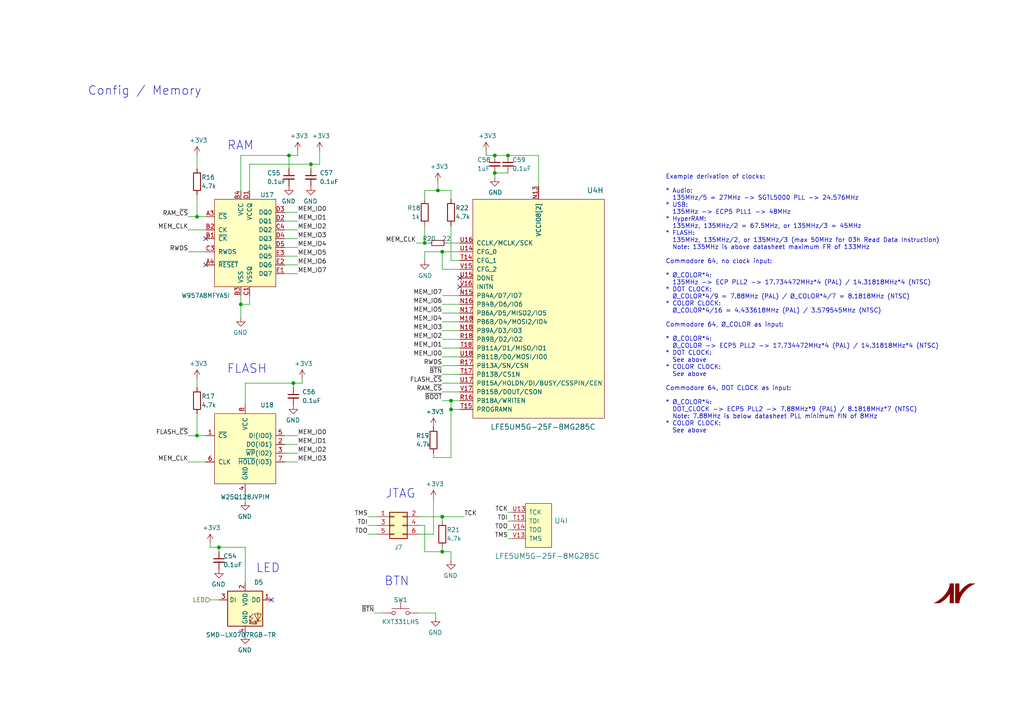
<source format=kicad_sch>
(kicad_sch (version 20210406) (generator eeschema)
  (paper "A4")
  (title_block (title "reDIP 64") (date "2021-06-12") (rev "0.2") (company "Nimrod") (comment 1 "© 2021 Dag Lem") (comment 2 "Licensed under CERN-OHL-S v2 (https://ohwr.org/cern_ohl_s_v2.txt)"))
  (junction (at 57.15 62.865) (diameter 0.9144))
  (junction (at 57.15 126.365) (diameter 0.9144))
  (junction (at 63.5 158.75) (diameter 0.9144))
  (junction (at 69.85 88.265) (diameter 0.9144))
  (junction (at 83.82 45.085) (diameter 0.9144))
  (junction (at 85.09 111.125) (diameter 0.9144))
  (junction (at 90.17 47.625) (diameter 0.9144))
  (junction (at 123.19 70.485) (diameter 0.9144))
  (junction (at 127 55.245) (diameter 0.9144))
  (junction (at 128.27 73.025) (diameter 0.9144))
  (junction (at 128.27 149.86) (diameter 0.9144))
  (junction (at 128.27 160.02) (diameter 0.9144))
  (junction (at 130.81 116.205) (diameter 0.9144))
  (junction (at 130.81 118.745) (diameter 0.9144))
  (junction (at 143.51 45.085) (diameter 0.9144))
  (junction (at 143.51 50.165) (diameter 0.9144))
  (junction (at 147.32 45.085) (diameter 0.9144))
  (no_connect (at 59.69 69.215))
  (no_connect (at 59.69 76.835))
  (no_connect (at 78.74 173.99))
  (no_connect (at 133.35 80.645))
  (no_connect (at 133.35 83.185))
  (wire (pts (xy 54.61 62.865) (xy 57.15 62.865)))
  (wire (pts (xy 54.61 66.675) (xy 59.69 66.675)))
  (wire (pts (xy 54.61 126.365) (xy 57.15 126.365)))
  (wire (pts (xy 54.61 133.985) (xy 59.69 133.985)))
  (wire (pts (xy 57.15 48.895) (xy 57.15 45.085)))
  (wire (pts (xy 57.15 56.515) (xy 57.15 62.865)))
  (wire (pts (xy 57.15 62.865) (xy 59.69 62.865)))
  (wire (pts (xy 57.15 112.395) (xy 57.15 109.855)))
  (wire (pts (xy 57.15 120.015) (xy 57.15 126.365)))
  (wire (pts (xy 57.15 126.365) (xy 59.69 126.365)))
  (wire (pts (xy 59.69 73.025) (xy 54.61 73.025)))
  (wire (pts (xy 60.96 158.75) (xy 60.96 157.48)))
  (wire (pts (xy 60.96 158.75) (xy 63.5 158.75)))
  (wire (pts (xy 60.96 173.99) (xy 63.5 173.99)))
  (wire (pts (xy 63.5 158.75) (xy 71.12 158.75)))
  (wire (pts (xy 63.5 160.02) (xy 63.5 158.75)))
  (wire (pts (xy 69.85 45.085) (xy 69.85 55.245)))
  (wire (pts (xy 69.85 45.085) (xy 83.82 45.085)))
  (wire (pts (xy 69.85 85.725) (xy 69.85 88.265)))
  (wire (pts (xy 69.85 88.265) (xy 69.85 92.075)))
  (wire (pts (xy 71.12 111.125) (xy 71.12 117.475)))
  (wire (pts (xy 71.12 111.125) (xy 85.09 111.125)))
  (wire (pts (xy 71.12 142.875) (xy 71.12 145.415)))
  (wire (pts (xy 71.12 158.75) (xy 71.12 168.91)))
  (wire (pts (xy 72.39 47.625) (xy 72.39 55.245)))
  (wire (pts (xy 72.39 47.625) (xy 90.17 47.625)))
  (wire (pts (xy 72.39 85.725) (xy 72.39 88.265)))
  (wire (pts (xy 72.39 88.265) (xy 69.85 88.265)))
  (wire (pts (xy 83.82 45.085) (xy 86.36 45.085)))
  (wire (pts (xy 83.82 48.895) (xy 83.82 45.085)))
  (wire (pts (xy 85.09 111.125) (xy 87.63 111.125)))
  (wire (pts (xy 85.09 112.395) (xy 85.09 111.125)))
  (wire (pts (xy 86.36 43.815) (xy 86.36 45.085)))
  (wire (pts (xy 86.36 61.595) (xy 82.55 61.595)))
  (wire (pts (xy 86.36 64.135) (xy 82.55 64.135)))
  (wire (pts (xy 86.36 66.675) (xy 82.55 66.675)))
  (wire (pts (xy 86.36 69.215) (xy 82.55 69.215)))
  (wire (pts (xy 86.36 71.755) (xy 82.55 71.755)))
  (wire (pts (xy 86.36 74.295) (xy 82.55 74.295)))
  (wire (pts (xy 86.36 76.835) (xy 82.55 76.835)))
  (wire (pts (xy 86.36 79.375) (xy 82.55 79.375)))
  (wire (pts (xy 86.36 126.365) (xy 82.55 126.365)))
  (wire (pts (xy 86.36 128.905) (xy 82.55 128.905)))
  (wire (pts (xy 86.36 131.445) (xy 82.55 131.445)))
  (wire (pts (xy 86.36 133.985) (xy 82.55 133.985)))
  (wire (pts (xy 87.63 109.855) (xy 87.63 111.125)))
  (wire (pts (xy 90.17 47.625) (xy 92.71 47.625)))
  (wire (pts (xy 90.17 48.895) (xy 90.17 47.625)))
  (wire (pts (xy 92.71 47.625) (xy 92.71 43.815)))
  (wire (pts (xy 106.68 149.86) (xy 109.22 149.86)))
  (wire (pts (xy 106.68 152.4) (xy 109.22 152.4)))
  (wire (pts (xy 106.68 154.94) (xy 109.22 154.94)))
  (wire (pts (xy 111.125 177.8) (xy 108.585 177.8)))
  (wire (pts (xy 120.65 70.485) (xy 123.19 70.485)))
  (wire (pts (xy 121.285 177.8) (xy 126.365 177.8)))
  (wire (pts (xy 123.19 55.245) (xy 127 55.245)))
  (wire (pts (xy 123.19 57.785) (xy 123.19 55.245)))
  (wire (pts (xy 123.19 65.405) (xy 123.19 70.485)))
  (wire (pts (xy 123.19 70.485) (xy 124.46 70.485)))
  (wire (pts (xy 123.19 73.025) (xy 123.19 75.565)))
  (wire (pts (xy 123.19 152.4) (xy 121.92 152.4)))
  (wire (pts (xy 123.19 152.4) (xy 123.19 160.02)))
  (wire (pts (xy 123.19 160.02) (xy 128.27 160.02)))
  (wire (pts (xy 125.73 131.445) (xy 125.73 132.715)))
  (wire (pts (xy 125.73 132.715) (xy 130.81 132.715)))
  (wire (pts (xy 125.73 144.78) (xy 125.73 154.94)))
  (wire (pts (xy 125.73 154.94) (xy 121.92 154.94)))
  (wire (pts (xy 126.365 177.8) (xy 126.365 179.07)))
  (wire (pts (xy 127 55.245) (xy 127 52.705)))
  (wire (pts (xy 127 55.245) (xy 130.81 55.245)))
  (wire (pts (xy 128.27 73.025) (xy 123.19 73.025)))
  (wire (pts (xy 128.27 73.025) (xy 128.27 78.105)))
  (wire (pts (xy 128.27 149.86) (xy 121.92 149.86)))
  (wire (pts (xy 128.27 149.86) (xy 134.62 149.86)))
  (wire (pts (xy 128.27 151.13) (xy 128.27 149.86)))
  (wire (pts (xy 128.27 158.75) (xy 128.27 160.02)))
  (wire (pts (xy 128.27 160.02) (xy 130.81 160.02)))
  (wire (pts (xy 129.54 70.485) (xy 133.35 70.485)))
  (wire (pts (xy 130.81 57.785) (xy 130.81 55.245)))
  (wire (pts (xy 130.81 75.565) (xy 130.81 65.405)))
  (wire (pts (xy 130.81 116.205) (xy 128.27 116.205)))
  (wire (pts (xy 130.81 118.745) (xy 130.81 116.205)))
  (wire (pts (xy 130.81 132.715) (xy 130.81 118.745)))
  (wire (pts (xy 130.81 160.02) (xy 130.81 162.56)))
  (wire (pts (xy 133.35 73.025) (xy 128.27 73.025)))
  (wire (pts (xy 133.35 75.565) (xy 130.81 75.565)))
  (wire (pts (xy 133.35 78.105) (xy 128.27 78.105)))
  (wire (pts (xy 133.35 85.725) (xy 128.27 85.725)))
  (wire (pts (xy 133.35 88.265) (xy 128.27 88.265)))
  (wire (pts (xy 133.35 90.805) (xy 128.27 90.805)))
  (wire (pts (xy 133.35 93.345) (xy 128.27 93.345)))
  (wire (pts (xy 133.35 95.885) (xy 128.27 95.885)))
  (wire (pts (xy 133.35 98.425) (xy 128.27 98.425)))
  (wire (pts (xy 133.35 100.965) (xy 128.27 100.965)))
  (wire (pts (xy 133.35 103.505) (xy 128.27 103.505)))
  (wire (pts (xy 133.35 106.045) (xy 128.27 106.045)))
  (wire (pts (xy 133.35 108.585) (xy 128.27 108.585)))
  (wire (pts (xy 133.35 111.125) (xy 128.27 111.125)))
  (wire (pts (xy 133.35 113.665) (xy 128.27 113.665)))
  (wire (pts (xy 133.35 116.205) (xy 130.81 116.205)))
  (wire (pts (xy 133.35 118.745) (xy 130.81 118.745)))
  (wire (pts (xy 140.97 45.085) (xy 140.97 43.815)))
  (wire (pts (xy 143.51 45.085) (xy 140.97 45.085)))
  (wire (pts (xy 143.51 50.165) (xy 143.51 51.435)))
  (wire (pts (xy 147.32 45.085) (xy 143.51 45.085)))
  (wire (pts (xy 147.32 50.165) (xy 143.51 50.165)))
  (wire (pts (xy 148.59 148.59) (xy 147.32 148.59)))
  (wire (pts (xy 148.59 151.13) (xy 147.32 151.13)))
  (wire (pts (xy 148.59 153.67) (xy 147.32 153.67)))
  (wire (pts (xy 148.59 156.21) (xy 147.32 156.21)))
  (wire (pts (xy 156.21 45.085) (xy 147.32 45.085)))
  (wire (pts (xy 156.21 53.975) (xy 156.21 45.085)))
  (text "Config / Memory" (at 25.4 27.94 0) (effects (font (size 2.54 2.54)) (justify left bottom)))
  (text "RAM" (at 73.66 43.815 180) (effects (font (size 2.54 2.54)) (justify right bottom)))
  (text "FLASH" (at 77.47 108.585 180) (effects (font (size 2.54 2.54)) (justify right bottom)))
  (text "LED" (at 81.28 166.37 180) (effects (font (size 2.54 2.54)) (justify right bottom)))
  (text "JTAG" (at 111.76 144.78 0) (effects (font (size 2.54 2.54)) (justify left bottom)))
  (text "BTN" (at 118.745 170.18 180) (effects (font (size 2.54 2.54)) (justify right bottom)))
  (text "Example derivation of clocks:\n\n* Audio:\n  135MHz/5 = 27MHz -> SGTL5000 PLL -> 24.576MHz\n* USB:\n  135MHz -> ECP5 PLL1 -> 48MHz\n* HyperRAM:\n  135MHz, 135MHz/2 = 67.5MHz, or 135MHz/3 = 45MHz\n* FLASH:\n  135MHz, 135MHz/2, or 135MHz/3 (max 50MHz for 03h Read Data Instruction)\n  Note: 135MHz is above datasheet maximum FR of 133MHz\n\nCommodore 64, no clock input:\n\n* Ø_COLOR*4:\n  135MHz -> ECP PLL2 -> 17.734472MHz*4 (PAL) / 14.31818MHz*4 (NTSC)\n* DOT CLOCK:\n  Ø_COLOR*4/9 = 7.88MHz (PAL) / Ø_COLOR*4/7 = 8.1818MHz (NTSC)\n* COLOR CLOCK:\n  Ø_COLOR*4/16 = 4.433618MHz (PAL) / 3.579545MHz (NTSC)\n\nCommodore 64, Ø_COLOR as input:\n\n* Ø_COLOR*4:\n  Ø_COLOR -> ECP5 PLL2 -> 17.734472MHz*4 (PAL) / 14.31818MHz*4 (NTSC)\n* DOT CLOCK:\n  See above\n* COLOR CLOCK:\n  See above\n\nCommodore 64, DOT CLOCK as input:\n\n* Ø_COLOR*4:\n  DOT_CLOCK -> ECP5 PLL2 -> 7.88MHz*9 (PAL) / 8.1818MHz*7 (NTSC)\n  Note: 7.88MHz is below datasheet PLL minimum fIN of 8MHz\n* COLOR CLOCK:\n  See above\n" (at 193.04 125.73 0) (effects (font (size 1.27 1.27)) (justify left bottom)))
  (label "RAM_~CS~" (at 54.61 62.865 180))
  (label "MEM_CLK" (at 54.61 66.675 180))
  (label "RWDS" (at 54.61 73.025 180))
  (label "FLASH_~CS~" (at 54.61 126.365 180))
  (label "MEM_CLK" (at 54.61 133.985 180))
  (label "MEM_IO0" (at 86.36 61.595 0))
  (label "MEM_IO1" (at 86.36 64.135 0))
  (label "MEM_IO2" (at 86.36 66.675 0))
  (label "MEM_IO3" (at 86.36 69.215 0))
  (label "MEM_IO4" (at 86.36 71.755 0))
  (label "MEM_IO5" (at 86.36 74.295 0))
  (label "MEM_IO6" (at 86.36 76.835 0))
  (label "MEM_IO7" (at 86.36 79.375 0))
  (label "MEM_IO0" (at 86.36 126.365 0))
  (label "MEM_IO1" (at 86.36 128.905 0))
  (label "MEM_IO2" (at 86.36 131.445 0))
  (label "MEM_IO3" (at 86.36 133.985 0))
  (label "TMS" (at 106.68 149.86 180))
  (label "TDI" (at 106.68 152.4 180))
  (label "TDO" (at 106.68 154.94 180))
  (label "~BTN~" (at 108.585 177.8 180))
  (label "MEM_CLK" (at 120.65 70.485 180))
  (label "MEM_IO7" (at 128.27 85.725 180))
  (label "MEM_IO6" (at 128.27 88.265 180))
  (label "MEM_IO5" (at 128.27 90.805 180))
  (label "MEM_IO4" (at 128.27 93.345 180))
  (label "MEM_IO3" (at 128.27 95.885 180))
  (label "MEM_IO2" (at 128.27 98.425 180))
  (label "MEM_IO1" (at 128.27 100.965 180))
  (label "MEM_IO0" (at 128.27 103.505 180))
  (label "RWDS" (at 128.27 106.045 180))
  (label "~BTN~" (at 128.27 108.585 180))
  (label "FLASH_~CS~" (at 128.27 111.125 180))
  (label "RAM_~CS~" (at 128.27 113.665 180))
  (label "~BOOT~" (at 128.27 116.205 180))
  (label "TCK" (at 134.62 149.86 0))
  (label "TCK" (at 147.32 148.59 180))
  (label "TDI" (at 147.32 151.13 180))
  (label "TDO" (at 147.32 153.67 180))
  (label "TMS" (at 147.32 156.21 180))
  (hierarchical_label "LED" (shape input) (at 60.96 173.99 180))
  (symbol (lib_id "power:+3V3") (at 57.15 45.085 0) (unit 1)
    (property "Reference" "#PWR0108" (effects hide))
    (property "Value" "+3V3" (at 57.531 40.6908 0))
  )
  (symbol (lib_id "power:+3V3") (at 57.15 109.855 0) (unit 1)
    (property "Reference" "#PWR0109" (effects hide))
    (property "Value" "+3V3" (at 57.531 105.4608 0))
  )
  (symbol (lib_id "power:+3V3") (at 60.96 157.48 0) (unit 1)
    (property "Reference" "#PWR0110" (effects hide))
    (property "Value" "+3V3" (at 61.341 153.0858 0))
  )
  (symbol (lib_id "power:+3V3") (at 86.36 43.815 0) (unit 1)
    (property "Reference" "#PWR0117" (effects hide))
    (property "Value" "+3V3" (at 86.741 39.4208 0))
  )
  (symbol (lib_id "power:+3V3") (at 87.63 109.855 0) (unit 1)
    (property "Reference" "#PWR0118" (effects hide))
    (property "Value" "+3V3" (at 88.011 105.4608 0))
  )
  (symbol (lib_id "power:+3V3") (at 92.71 43.815 0) (unit 1)
    (property "Reference" "#PWR0120" (effects hide))
    (property "Value" "+3V3" (at 93.091 39.4208 0))
  )
  (symbol (lib_id "power:+3V3") (at 125.73 123.825 0) (unit 1)
    (property "Reference" "#PWR0122" (effects hide))
    (property "Value" "+3V3" (at 126.111 119.4308 0))
  )
  (symbol (lib_id "power:+3V3") (at 125.73 144.78 0) (unit 1)
    (property "Reference" "#PWR0123" (effects hide))
    (property "Value" "+3V3" (at 126.111 140.3858 0))
  )
  (symbol (lib_id "power:+3V3") (at 127 52.705 0) (unit 1)
    (property "Reference" "#PWR0125" (effects hide))
    (property "Value" "+3V3" (at 127.381 48.3108 0))
  )
  (symbol (lib_id "power:+3V3") (at 140.97 43.815 0) (unit 1)
    (property "Reference" "#PWR0127" (effects hide))
    (property "Value" "+3V3" (at 141.351 39.4208 0))
  )
  (symbol (lib_id "power:GND") (at 63.5 165.1 0) (mirror y) (unit 1)
    (property "Reference" "#PWR0111" (effects hide))
    (property "Value" "GND" (at 63.373 169.4942 0))
  )
  (symbol (lib_id "power:GND") (at 69.85 92.075 0) (mirror y) (unit 1)
    (property "Reference" "#PWR0112" (effects hide))
    (property "Value" "GND" (at 69.723 96.4692 0))
  )
  (symbol (lib_id "power:GND") (at 71.12 145.415 0) (mirror y) (unit 1)
    (property "Reference" "#PWR0113" (effects hide))
    (property "Value" "GND" (at 70.993 149.8092 0))
  )
  (symbol (lib_id "power:GND") (at 71.12 184.15 0) (mirror y) (unit 1)
    (property "Reference" "#PWR0114" (effects hide))
    (property "Value" "GND" (at 70.993 188.5442 0))
  )
  (symbol (lib_id "power:GND") (at 83.82 53.975 0) (mirror y) (unit 1)
    (property "Reference" "#PWR0115" (effects hide))
    (property "Value" "GND" (at 83.693 58.3692 0))
  )
  (symbol (lib_id "power:GND") (at 85.09 117.475 0) (mirror y) (unit 1)
    (property "Reference" "#PWR0116" (effects hide))
    (property "Value" "GND" (at 84.963 121.8692 0))
  )
  (symbol (lib_id "power:GND") (at 90.17 53.975 0) (mirror y) (unit 1)
    (property "Reference" "#PWR0119" (effects hide))
    (property "Value" "GND" (at 90.043 58.3692 0))
  )
  (symbol (lib_id "power:GND") (at 123.19 75.565 0) (unit 1)
    (property "Reference" "#PWR0121" (effects hide))
    (property "Value" "GND" (at 123.317 79.9592 0))
  )
  (symbol (lib_id "power:GND") (at 126.365 179.07 0) (mirror y) (unit 1)
    (property "Reference" "#PWR0124" (effects hide))
    (property "Value" "GND" (at 126.238 183.4642 0))
  )
  (symbol (lib_id "power:GND") (at 130.81 162.56 0) (mirror y) (unit 1)
    (property "Reference" "#PWR0126" (effects hide))
    (property "Value" "GND" (at 130.683 166.9542 0))
  )
  (symbol (lib_id "power:GND") (at 143.51 51.435 0) (unit 1)
    (property "Reference" "#PWR0128" (effects hide))
    (property "Value" "GND" (at 143.637 55.8292 0))
  )
  (symbol (lib_id "Device:R_Small") (at 127 70.485 270) (unit 1)
    (property "Reference" "R20" (at 124.46 69.215 90))
    (property "Value" "22" (at 129.54 69.215 90))
    (property "Footprint" "Resistor_SMD:R_0201_0603Metric" (effects hide))
    (property "Datasheet" "https://b2b-api.panasonic.eu/file_stream/pids/fileversion/1242" (effects hide))
    (property "Mfg" "Panasonic" (effects hide))
    (property "PN" "ERJ-1GNJ220C" (effects hide))
    (property "Description" "RES 22Ω 50mW 5% 0201" (effects hide))
  )
  (symbol (lib_id "Device:R") (at 57.15 52.705 180) (unit 1)
    (property "Reference" "R16" (at 58.42 51.435 0) (effects (justify right)))
    (property "Value" "4.7k" (at 58.42 53.975 0) (effects (justify right)))
    (property "Footprint" "Resistor_SMD:R_0201_0603Metric" (effects hide))
    (property "Datasheet" "https://b2b-api.panasonic.eu/file_stream/pids/fileversion/1242" (effects hide))
    (property "Mfg" "Panasonic" (effects hide))
    (property "PN" "ERJ-1GNJ472C" (effects hide))
    (property "Description" "RES 4.7kΩ 50mW 5% 0201" (effects hide))
  )
  (symbol (lib_id "Device:R") (at 57.15 116.205 180) (unit 1)
    (property "Reference" "R17" (at 58.42 114.935 0) (effects (justify right)))
    (property "Value" "4.7k" (at 58.42 117.475 0) (effects (justify right)))
    (property "Footprint" "Resistor_SMD:R_0201_0603Metric" (effects hide))
    (property "Datasheet" "https://b2b-api.panasonic.eu/file_stream/pids/fileversion/1242" (effects hide))
    (property "Mfg" "Panasonic" (effects hide))
    (property "PN" "ERJ-1GNJ472C" (effects hide))
    (property "Description" "RES 4.7kΩ 50mW 5% 0201" (effects hide))
  )
  (symbol (lib_id "Device:R") (at 123.19 61.595 180) (unit 1)
    (property "Reference" "R18" (at 118.11 60.325 0) (effects (justify right)))
    (property "Value" "1k" (at 119.38 62.865 0) (effects (justify right)))
    (property "Footprint" "Resistor_SMD:R_0201_0603Metric" (effects hide))
    (property "Datasheet" "https://b2b-api.panasonic.eu/file_stream/pids/fileversion/1242" (effects hide))
    (property "Mfg" "Panasonic" (effects hide))
    (property "PN" "ERJ-1GNJ102C" (effects hide))
    (property "Description" "RES 1kΩ 50mW 5% 0201" (effects hide))
  )
  (symbol (lib_id "Device:R") (at 125.73 127.635 180) (unit 1)
    (property "Reference" "R19" (at 120.65 126.365 0) (effects (justify right)))
    (property "Value" "4.7k" (at 120.65 128.905 0) (effects (justify right)))
    (property "Footprint" "Resistor_SMD:R_0201_0603Metric" (effects hide))
    (property "Datasheet" "https://b2b-api.panasonic.eu/file_stream/pids/fileversion/1242" (effects hide))
    (property "Mfg" "Panasonic" (effects hide))
    (property "PN" "ERJ-1GNJ472C" (effects hide))
    (property "Description" "RES 4.7kΩ 50mW 5% 0201" (effects hide))
  )
  (symbol (lib_id "Device:R") (at 128.27 154.94 180) (unit 1)
    (property "Reference" "R21" (at 129.54 153.67 0) (effects (justify right)))
    (property "Value" "4.7k" (at 129.54 156.21 0) (effects (justify right)))
    (property "Footprint" "Resistor_SMD:R_0201_0603Metric" (effects hide))
    (property "Datasheet" "https://b2b-api.panasonic.eu/file_stream/pids/fileversion/1242" (effects hide))
    (property "Mfg" "Panasonic" (effects hide))
    (property "PN" "ERJ-1GNJ472C" (effects hide))
    (property "Description" "RES 4.7kΩ 50mW 5% 0201" (effects hide))
  )
  (symbol (lib_id "Device:R") (at 130.81 61.595 180) (unit 1)
    (property "Reference" "R22" (at 132.08 60.325 0) (effects (justify right)))
    (property "Value" "4.7k" (at 132.08 62.865 0) (effects (justify right)))
    (property "Footprint" "Resistor_SMD:R_0201_0603Metric" (effects hide))
    (property "Datasheet" "https://b2b-api.panasonic.eu/file_stream/pids/fileversion/1242" (effects hide))
    (property "Mfg" "Panasonic" (effects hide))
    (property "PN" "ERJ-1GNJ472C" (effects hide))
    (property "Description" "RES 4.7kΩ 50mW 5% 0201" (effects hide))
  )
  (symbol (lib_id "Device:C_Small") (at 63.5 162.56 0) (unit 1)
    (property "Reference" "C54" (at 64.77 161.29 0) (effects (justify left)))
    (property "Value" "0.1uF" (at 64.77 163.83 0) (effects (justify left)))
    (property "Footprint" "Capacitor_SMD:C_0201_0603Metric" (effects hide))
    (property "Datasheet" "https://www.murata.com/products/productdetail.aspx?partno=GRM033R60J224KE15D" (effects hide))
    (property "Mfg" "Murata" (effects hide))
    (property "PN" "GRM033R60J224KE15D" (effects hide))
    (property "Description" "CAP CER 0.22uF 6.3V 20% X5R 0201" (effects hide))
    (property "Notes" "3.3V DC DERATED TO 0.1uF" (effects hide))
  )
  (symbol (lib_id "Device:C_Small") (at 83.82 51.435 0) (unit 1)
    (property "Reference" "C55" (at 77.47 50.165 0) (effects (justify left)))
    (property "Value" "0.1uF" (at 77.47 52.705 0) (effects (justify left)))
    (property "Footprint" "Capacitor_SMD:C_0201_0603Metric" (effects hide))
    (property "Datasheet" "https://www.murata.com/products/productdetail.aspx?partno=GRM033R60J224KE15D" (effects hide))
    (property "Mfg" "Murata" (effects hide))
    (property "PN" "GRM033R60J224KE15D" (effects hide))
    (property "Description" "CAP CER 0.22uF 6.3V 20% X5R 0201" (effects hide))
    (property "Notes" "3.3V DC DERATED TO 0.1uF" (effects hide))
  )
  (symbol (lib_id "Device:C_Small") (at 85.09 114.935 0) (unit 1)
    (property "Reference" "C56" (at 87.63 113.665 0) (effects (justify left)))
    (property "Value" "0.1uF" (at 87.63 116.205 0) (effects (justify left)))
    (property "Footprint" "Capacitor_SMD:C_0201_0603Metric" (effects hide))
    (property "Datasheet" "https://www.murata.com/products/productdetail.aspx?partno=GRM033R60J224KE15D" (effects hide))
    (property "Mfg" "Murata" (effects hide))
    (property "PN" "GRM033R60J224KE15D" (effects hide))
    (property "Description" "CAP CER 0.22uF 6.3V 20% X5R 0201" (effects hide))
    (property "Notes" "3.3V DC DERATED TO 0.1uF" (effects hide))
  )
  (symbol (lib_id "Device:C_Small") (at 90.17 51.435 0) (unit 1)
    (property "Reference" "C57" (at 92.71 50.165 0) (effects (justify left)))
    (property "Value" "0.1uF" (at 92.71 52.705 0) (effects (justify left)))
    (property "Footprint" "Capacitor_SMD:C_0201_0603Metric" (effects hide))
    (property "Datasheet" "https://www.murata.com/products/productdetail.aspx?partno=GRM033R60J224KE15D" (effects hide))
    (property "Mfg" "Murata" (effects hide))
    (property "PN" "GRM033R60J224KE15D" (effects hide))
    (property "Description" "CAP CER 0.22uF 6.3V 20% X5R 0201" (effects hide))
    (property "Notes" "3.3V DC DERATED TO 0.1uF" (effects hide))
  )
  (symbol (lib_id "Device:C_Small") (at 143.51 47.625 0) (unit 1)
    (property "Reference" "C58" (at 138.43 46.355 0) (effects (justify left)))
    (property "Value" "1uF" (at 138.43 48.895 0) (effects (justify left)))
    (property "Footprint" "Capacitor_SMD:C_0201_0603Metric" (effects hide))
    (property "Datasheet" "https://www.murata.com/products/productdetail.aspx?partno=GRM035R60J475ME15D" (effects hide))
    (property "Mfg" "Murata" (effects hide))
    (property "PN" "GRM035R60J475ME15D" (effects hide))
    (property "Description" "CAP CER 4.7uF 6.3V 20% X5R 0201" (effects hide))
    (property "Notes" "3.3V DC DERATED TO 1uF" (effects hide))
  )
  (symbol (lib_id "Device:C_Small") (at 147.32 47.625 0) (unit 1)
    (property "Reference" "C59" (at 148.59 46.355 0) (effects (justify left)))
    (property "Value" "0.1uF" (at 148.59 48.895 0) (effects (justify left)))
    (property "Footprint" "Capacitor_SMD:C_0201_0603Metric" (effects hide))
    (property "Datasheet" "https://www.murata.com/products/productdetail.aspx?partno=GRM033R60J224KE15D" (effects hide))
    (property "Mfg" "Murata" (effects hide))
    (property "PN" "GRM033R60J224KE15D" (effects hide))
    (property "Description" "CAP CER 0.22uF 6.3V 20% X5R 0201" (effects hide))
    (property "Notes" "3.3V DC DERATED TO 0.1uF" (effects hide))
  )
  (symbol (lib_id "Switch:SW_Push") (at 116.205 177.8 0) (unit 1)
    (property "Reference" "SW1" (at 116.205 173.99 0))
    (property "Value" "KXT331LHS" (at 116.205 180.34 0))
    (property "Footprint" "Button_Switch_SMD:SW_SPST_CK_KXT3" (effects hide))
    (property "Datasheet" "https://www.ckswitches.com/media/1465/kxt3.pdf" (effects hide))
    (property "Description" "SW TACT 3.0 x 2.0 mm" (effects hide))
    (property "Mfg" "C&K" (effects hide))
    (property "PN" "KXT331LHS" (effects hide))
  )
  (symbol (lib_id "reDIP:Nimrod-Logo-N") (at 276.86 172.085 0) (unit 1)
    (property "Reference" "#LOGO5" (effects hide))
    (property "Value" "Nimrod-Logo-N" (effects hide))
  )
  (symbol (lib_id "Connector_Generic:Conn_02x03_Odd_Even") (at 114.3 152.4 0) (unit 1)
    (property "Reference" "J7" (at 115.57 158.75 0))
    (property "Value" "Conn_02x05_Odd_Even" (effects hide))
    (property "Footprint" "reDIP:PinHeader_2x03_P1.27mm_Vertical" (effects hide))
    (property "Datasheet" "https://s3.amazonaws.com/catalogspreads-pdf/PAGE94-95%20.050%20MALE%20HDR%20ST%20RA%20SMT.pdf" (effects hide))
    (property "Description" "CONN HEADER 2x3 POS .050\" GOLD" (effects hide))
    (property "Mfg" "Sullins" (effects hide))
    (property "PN" "GRPB032VWVN-RC" (effects hide))
  )
  (symbol (lib_id "Lattice:LFE5UM5G-25F-8MG285C") (at 156.21 152.4 0) (unit 9)
    (property "Reference" "U4" (at 160.7312 151.0538 0) (effects (font (size 1.524 1.524)) (justify left)))
    (property "Value" "LFE5UM5G-25F-8MG285C" (at 143.51 161.29 0) (effects (font (size 1.524 1.524)) (justify left)))
    (property "Footprint" "Lattice:BGA-285_10x10mm_P0.5mm" (effects hide))
    (property "Datasheet" "https://www.latticesemi.com/view_document?document_id=50461" (effects hide))
    (property "Description" "IC FPGA csfBGA-285" (effects hide))
    (property "Mfg" "Lattice" (effects hide))
    (property "PN" "LFE5UM5G-25F-8MG285C" (effects hide))
  )
  (symbol (lib_id "Lumex:SMD-LX0707RGB-TR") (at 71.12 176.53 0) (unit 1)
    (property "Reference" "D5" (at 73.66 168.91 0) (effects (justify left)))
    (property "Value" "SMD-LX0707RGB-TR" (at 59.69 184.15 0) (effects (justify left)))
    (property "Footprint" "Lumex:SMD-LX0707RGB-TR" (effects hide))
    (property "Datasheet" "https://www.lumex.com/datasheet/SMD-LX0707RGB-TR.html" (effects hide))
    (property "Description" "IC LED RGB 0707" (effects hide))
    (property "Mfg" "Lumex" (effects hide))
    (property "PN" "SMD-LX0707RGB-TR" (effects hide))
    (property "Notes" "REPLACEMENT PARTS: Everlight 19-C47/RSGHBHC-5V01/2T, Everlight EAST1818RGBICA0" (effects hide))
  )
  (symbol (lib_id "Winbond:W25Q128JVPIM") (at 71.12 128.905 0) (unit 1)
    (property "Reference" "U18" (at 77.47 117.475 0))
    (property "Value" "W25Q128JVPIM" (at 71.12 144.145 0))
    (property "Footprint" "Package_SON:WSON-8-1EP_6x5mm_P1.27mm_EP3.4x4.3mm" (effects hide))
    (property "Datasheet" "https://www.winbond.com/resource-files/w25q128jv%20revf%2003272018%20plus.pdf" (effects hide))
    (property "Description" "IC FLASH 128Mbit WSON-8" (effects hide))
    (property "Mfg" "Winbond" (effects hide))
    (property "PN" "W25Q128JVPIM" (effects hide))
  )
  (symbol (lib_id "Winbond:W957A8MFYA5I") (at 71.12 70.485 0) (unit 1)
    (property "Reference" "U17" (at 77.47 56.515 0))
    (property "Value" "W957A8MFYA5I" (at 59.69 85.725 0))
    (property "Footprint" "Winbond:TFBGA-24_6.0x8.0mm_P1mm" (effects hide))
    (property "Datasheet" "https://www.winbond.com/resource-files/W957x8MFYA_128Mb_HyperRAM_TFBGA24_DDP_datasheet_A01-001_20200903.pdf" (effects hide))
    (property "Description" "IC HYPERRAM 128MBit TFBGA-24" (effects hide))
    (property "Mfg" "Winbond" (effects hide))
    (property "PN" "W957A8MFYA5I" (effects hide))
  )
  (symbol (lib_id "Lattice:LFE5UM5G-25F-8MG285C") (at 156.21 90.805 0) (unit 8)
    (property "Reference" "U4" (at 170.18 55.245 0) (effects (font (size 1.524 1.524)) (justify left)))
    (property "Value" "LFE5UM5G-25F-8MG285C" (at 142.24 123.825 0) (effects (font (size 1.524 1.524)) (justify left)))
    (property "Footprint" "Lattice:BGA-285_10x10mm_P0.5mm" (effects hide))
    (property "Datasheet" "https://www.latticesemi.com/view_document?document_id=50461" (effects hide))
    (property "Description" "IC FPGA csfBGA-285" (effects hide))
    (property "Mfg" "Lattice" (effects hide))
    (property "PN" "LFE5UM5G-25F-8MG285C" (effects hide))
  )
)
</source>
